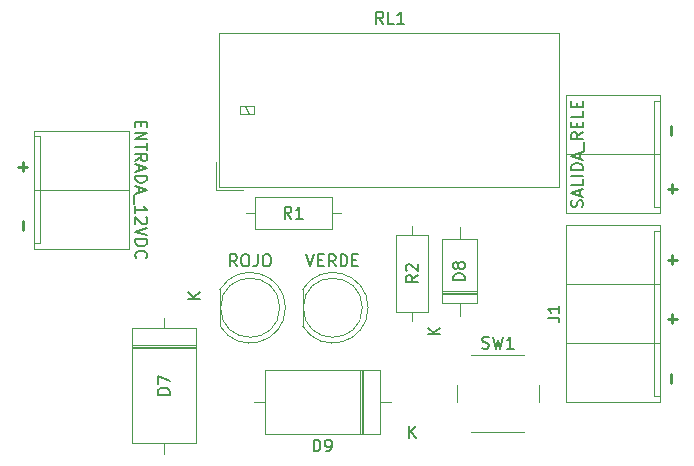
<source format=gbr>
G04 #@! TF.GenerationSoftware,KiCad,Pcbnew,(5.1.4)-1*
G04 #@! TF.CreationDate,2021-06-13T22:04:23-03:00*
G04 #@! TF.ProjectId,FUENTE,4655454e-5445-42e6-9b69-6361645f7063,rev?*
G04 #@! TF.SameCoordinates,Original*
G04 #@! TF.FileFunction,Legend,Top*
G04 #@! TF.FilePolarity,Positive*
%FSLAX46Y46*%
G04 Gerber Fmt 4.6, Leading zero omitted, Abs format (unit mm)*
G04 Created by KiCad (PCBNEW (5.1.4)-1) date 2021-06-13 22:04:23*
%MOMM*%
%LPD*%
G04 APERTURE LIST*
%ADD10C,0.250000*%
%ADD11C,0.120000*%
%ADD12C,0.150000*%
G04 APERTURE END LIST*
D10*
X225380952Y-109928571D02*
X224619047Y-109928571D01*
X225000000Y-109547619D02*
X225000000Y-110309523D01*
X224928571Y-119619047D02*
X224928571Y-120380952D01*
X225380952Y-114928571D02*
X224619047Y-114928571D01*
X225000000Y-114547619D02*
X225000000Y-115309523D01*
X224928571Y-98619047D02*
X224928571Y-99380952D01*
X225380952Y-103928571D02*
X224619047Y-103928571D01*
X225000000Y-103547619D02*
X225000000Y-104309523D01*
X170071428Y-107380952D02*
X170071428Y-106619047D01*
X169619047Y-102071428D02*
X170380952Y-102071428D01*
X170000000Y-102452380D02*
X170000000Y-101690476D01*
D11*
X222000000Y-112000000D02*
X224000000Y-112000000D01*
X222000000Y-117000000D02*
X224000000Y-117000000D01*
X223500000Y-121500000D02*
X224000000Y-121500000D01*
X222000000Y-107000000D02*
X224000000Y-107000000D01*
X222000000Y-122000000D02*
X224000000Y-122000000D01*
X223500000Y-107500000D02*
X224000000Y-107500000D01*
X223500000Y-121500000D02*
X223500000Y-107500000D01*
X216000000Y-112000000D02*
X222000000Y-112000000D01*
X216000000Y-117000000D02*
X222000000Y-117000000D01*
X222000000Y-122000000D02*
X216000000Y-122000000D01*
X224000000Y-107000000D02*
X224000000Y-122000000D01*
X216000000Y-107000000D02*
X222000000Y-107000000D01*
X216000000Y-122000000D02*
X216000000Y-107000000D01*
X198825000Y-124720000D02*
X198825000Y-119280000D01*
X198585000Y-124720000D02*
X198585000Y-119280000D01*
X198705000Y-124720000D02*
X198705000Y-119280000D01*
X189600000Y-122000000D02*
X190510000Y-122000000D01*
X201160000Y-122000000D02*
X200250000Y-122000000D01*
X190510000Y-124720000D02*
X200250000Y-124720000D01*
X190510000Y-119280000D02*
X190510000Y-124720000D01*
X200250000Y-119280000D02*
X190510000Y-119280000D01*
X200250000Y-124720000D02*
X200250000Y-119280000D01*
X222000000Y-101000000D02*
X224000000Y-101000000D01*
X222000000Y-96000000D02*
X224000000Y-96000000D01*
X222000000Y-106000000D02*
X224000000Y-106000000D01*
X223500000Y-96500000D02*
X224000000Y-96500000D01*
X223500000Y-105500000D02*
X223500000Y-96500000D01*
X224000000Y-105500000D02*
X223500000Y-105500000D01*
X216000000Y-101000000D02*
X222000000Y-101000000D01*
X222000000Y-106000000D02*
X216000000Y-106000000D01*
X224000000Y-96000000D02*
X224000000Y-106000000D01*
X216000000Y-96000000D02*
X222000000Y-96000000D01*
X216000000Y-106000000D02*
X216000000Y-96000000D01*
X173000000Y-104000000D02*
X171000000Y-104000000D01*
X173000000Y-109000000D02*
X171000000Y-109000000D01*
X173000000Y-99000000D02*
X171000000Y-99000000D01*
X171500000Y-108500000D02*
X171000000Y-108500000D01*
X171500000Y-99500000D02*
X171500000Y-108500000D01*
X171000000Y-99500000D02*
X171500000Y-99500000D01*
X179000000Y-104000000D02*
X173000000Y-104000000D01*
X173000000Y-99000000D02*
X179000000Y-99000000D01*
X171000000Y-109000000D02*
X171000000Y-99000000D01*
X179000000Y-109000000D02*
X173000000Y-109000000D01*
X179000000Y-99000000D02*
X179000000Y-109000000D01*
X193710000Y-112455000D02*
X193710000Y-115545000D01*
X198770000Y-114000000D02*
G75*
G03X198770000Y-114000000I-2500000J0D01*
G01*
X199260000Y-113999538D02*
G75*
G02X193710000Y-115544830I-2990000J-462D01*
G01*
X199260000Y-114000462D02*
G75*
G03X193710000Y-112455170I-2990000J462D01*
G01*
X213750000Y-122000000D02*
X213750000Y-120500000D01*
X212500000Y-118000000D02*
X208000000Y-118000000D01*
X206750000Y-120500000D02*
X206750000Y-122000000D01*
X208000000Y-124500000D02*
X212500000Y-124500000D01*
X186710000Y-112455000D02*
X186710000Y-115545000D01*
X191770000Y-114000000D02*
G75*
G03X191770000Y-114000000I-2500000J0D01*
G01*
X192260000Y-113999538D02*
G75*
G02X186710000Y-115544830I-2990000J-462D01*
G01*
X192260000Y-114000462D02*
G75*
G03X186710000Y-112455170I-2990000J462D01*
G01*
X186360000Y-103990000D02*
X186360000Y-101650000D01*
X188700000Y-103990000D02*
X186360000Y-103990000D01*
X189600000Y-97600000D02*
X189600000Y-96900000D01*
X188400000Y-97600000D02*
X189600000Y-97600000D01*
X188400000Y-96900000D02*
X188400000Y-97600000D01*
X189600000Y-96900000D02*
X188400000Y-96900000D01*
X189200000Y-97600000D02*
X188800000Y-96900000D01*
X215400000Y-103750000D02*
X215400000Y-90750000D01*
X186600000Y-103750000D02*
X215400000Y-103750000D01*
X186600000Y-90750000D02*
X186600000Y-103750000D01*
X215400000Y-90750000D02*
X186600000Y-90750000D01*
X203000000Y-115120000D02*
X203000000Y-114350000D01*
X203000000Y-107040000D02*
X203000000Y-107810000D01*
X204370000Y-114350000D02*
X204370000Y-107810000D01*
X201630000Y-114350000D02*
X204370000Y-114350000D01*
X201630000Y-107810000D02*
X201630000Y-114350000D01*
X204370000Y-107810000D02*
X201630000Y-107810000D01*
X188880000Y-106000000D02*
X189650000Y-106000000D01*
X196960000Y-106000000D02*
X196190000Y-106000000D01*
X189650000Y-107370000D02*
X196190000Y-107370000D01*
X189650000Y-104630000D02*
X189650000Y-107370000D01*
X196190000Y-104630000D02*
X189650000Y-104630000D01*
X196190000Y-107370000D02*
X196190000Y-104630000D01*
X205530000Y-112860000D02*
X208470000Y-112860000D01*
X205530000Y-112620000D02*
X208470000Y-112620000D01*
X205530000Y-112740000D02*
X208470000Y-112740000D01*
X207000000Y-107180000D02*
X207000000Y-108200000D01*
X207000000Y-114660000D02*
X207000000Y-113640000D01*
X205530000Y-108200000D02*
X205530000Y-113640000D01*
X208470000Y-108200000D02*
X205530000Y-108200000D01*
X208470000Y-113640000D02*
X208470000Y-108200000D01*
X205530000Y-113640000D02*
X208470000Y-113640000D01*
X184720000Y-117175000D02*
X179280000Y-117175000D01*
X184720000Y-117415000D02*
X179280000Y-117415000D01*
X184720000Y-117295000D02*
X179280000Y-117295000D01*
X182000000Y-126400000D02*
X182000000Y-125490000D01*
X182000000Y-114840000D02*
X182000000Y-115750000D01*
X184720000Y-125490000D02*
X184720000Y-115750000D01*
X179280000Y-125490000D02*
X184720000Y-125490000D01*
X179280000Y-115750000D02*
X179280000Y-125490000D01*
X184720000Y-115750000D02*
X179280000Y-115750000D01*
D12*
X214452380Y-114833333D02*
X215166666Y-114833333D01*
X215309523Y-114880952D01*
X215404761Y-114976190D01*
X215452380Y-115119047D01*
X215452380Y-115214285D01*
X215452380Y-113833333D02*
X215452380Y-114404761D01*
X215452380Y-114119047D02*
X214452380Y-114119047D01*
X214595238Y-114214285D01*
X214690476Y-114309523D01*
X214738095Y-114404761D01*
X194641904Y-126172380D02*
X194641904Y-125172380D01*
X194880000Y-125172380D01*
X195022857Y-125220000D01*
X195118095Y-125315238D01*
X195165714Y-125410476D01*
X195213333Y-125600952D01*
X195213333Y-125743809D01*
X195165714Y-125934285D01*
X195118095Y-126029523D01*
X195022857Y-126124761D01*
X194880000Y-126172380D01*
X194641904Y-126172380D01*
X195689523Y-126172380D02*
X195880000Y-126172380D01*
X195975238Y-126124761D01*
X196022857Y-126077142D01*
X196118095Y-125934285D01*
X196165714Y-125743809D01*
X196165714Y-125362857D01*
X196118095Y-125267619D01*
X196070476Y-125220000D01*
X195975238Y-125172380D01*
X195784761Y-125172380D01*
X195689523Y-125220000D01*
X195641904Y-125267619D01*
X195594285Y-125362857D01*
X195594285Y-125600952D01*
X195641904Y-125696190D01*
X195689523Y-125743809D01*
X195784761Y-125791428D01*
X195975238Y-125791428D01*
X196070476Y-125743809D01*
X196118095Y-125696190D01*
X196165714Y-125600952D01*
X202738095Y-125052380D02*
X202738095Y-124052380D01*
X203309523Y-125052380D02*
X202880952Y-124480952D01*
X203309523Y-124052380D02*
X202738095Y-124623809D01*
X217404761Y-105476190D02*
X217452380Y-105333333D01*
X217452380Y-105095238D01*
X217404761Y-105000000D01*
X217357142Y-104952380D01*
X217261904Y-104904761D01*
X217166666Y-104904761D01*
X217071428Y-104952380D01*
X217023809Y-105000000D01*
X216976190Y-105095238D01*
X216928571Y-105285714D01*
X216880952Y-105380952D01*
X216833333Y-105428571D01*
X216738095Y-105476190D01*
X216642857Y-105476190D01*
X216547619Y-105428571D01*
X216500000Y-105380952D01*
X216452380Y-105285714D01*
X216452380Y-105047619D01*
X216500000Y-104904761D01*
X217166666Y-104523809D02*
X217166666Y-104047619D01*
X217452380Y-104619047D02*
X216452380Y-104285714D01*
X217452380Y-103952380D01*
X217452380Y-103142857D02*
X217452380Y-103619047D01*
X216452380Y-103619047D01*
X217452380Y-102809523D02*
X216452380Y-102809523D01*
X217452380Y-102333333D02*
X216452380Y-102333333D01*
X216452380Y-102095238D01*
X216500000Y-101952380D01*
X216595238Y-101857142D01*
X216690476Y-101809523D01*
X216880952Y-101761904D01*
X217023809Y-101761904D01*
X217214285Y-101809523D01*
X217309523Y-101857142D01*
X217404761Y-101952380D01*
X217452380Y-102095238D01*
X217452380Y-102333333D01*
X217166666Y-101380952D02*
X217166666Y-100904761D01*
X217452380Y-101476190D02*
X216452380Y-101142857D01*
X217452380Y-100809523D01*
X217547619Y-100714285D02*
X217547619Y-99952380D01*
X217452380Y-99142857D02*
X216976190Y-99476190D01*
X217452380Y-99714285D02*
X216452380Y-99714285D01*
X216452380Y-99333333D01*
X216500000Y-99238095D01*
X216547619Y-99190476D01*
X216642857Y-99142857D01*
X216785714Y-99142857D01*
X216880952Y-99190476D01*
X216928571Y-99238095D01*
X216976190Y-99333333D01*
X216976190Y-99714285D01*
X216928571Y-98714285D02*
X216928571Y-98380952D01*
X217452380Y-98238095D02*
X217452380Y-98714285D01*
X216452380Y-98714285D01*
X216452380Y-98238095D01*
X217452380Y-97333333D02*
X217452380Y-97809523D01*
X216452380Y-97809523D01*
X216928571Y-97000000D02*
X216928571Y-96666666D01*
X217452380Y-96523809D02*
X217452380Y-97000000D01*
X216452380Y-97000000D01*
X216452380Y-96523809D01*
X180071428Y-98261904D02*
X180071428Y-98595238D01*
X179547619Y-98738095D02*
X179547619Y-98261904D01*
X180547619Y-98261904D01*
X180547619Y-98738095D01*
X179547619Y-99166666D02*
X180547619Y-99166666D01*
X179547619Y-99738095D01*
X180547619Y-99738095D01*
X180547619Y-100071428D02*
X180547619Y-100642857D01*
X179547619Y-100357142D02*
X180547619Y-100357142D01*
X179547619Y-101547619D02*
X180023809Y-101214285D01*
X179547619Y-100976190D02*
X180547619Y-100976190D01*
X180547619Y-101357142D01*
X180500000Y-101452380D01*
X180452380Y-101500000D01*
X180357142Y-101547619D01*
X180214285Y-101547619D01*
X180119047Y-101500000D01*
X180071428Y-101452380D01*
X180023809Y-101357142D01*
X180023809Y-100976190D01*
X179833333Y-101928571D02*
X179833333Y-102404761D01*
X179547619Y-101833333D02*
X180547619Y-102166666D01*
X179547619Y-102500000D01*
X179547619Y-102833333D02*
X180547619Y-102833333D01*
X180547619Y-103071428D01*
X180500000Y-103214285D01*
X180404761Y-103309523D01*
X180309523Y-103357142D01*
X180119047Y-103404761D01*
X179976190Y-103404761D01*
X179785714Y-103357142D01*
X179690476Y-103309523D01*
X179595238Y-103214285D01*
X179547619Y-103071428D01*
X179547619Y-102833333D01*
X179833333Y-103785714D02*
X179833333Y-104261904D01*
X179547619Y-103690476D02*
X180547619Y-104023809D01*
X179547619Y-104357142D01*
X179452380Y-104452380D02*
X179452380Y-105214285D01*
X179547619Y-105976190D02*
X179547619Y-105404761D01*
X179547619Y-105690476D02*
X180547619Y-105690476D01*
X180404761Y-105595238D01*
X180309523Y-105500000D01*
X180261904Y-105404761D01*
X180452380Y-106357142D02*
X180500000Y-106404761D01*
X180547619Y-106500000D01*
X180547619Y-106738095D01*
X180500000Y-106833333D01*
X180452380Y-106880952D01*
X180357142Y-106928571D01*
X180261904Y-106928571D01*
X180119047Y-106880952D01*
X179547619Y-106309523D01*
X179547619Y-106928571D01*
X180547619Y-107214285D02*
X179547619Y-107547619D01*
X180547619Y-107880952D01*
X179547619Y-108214285D02*
X180547619Y-108214285D01*
X180547619Y-108452380D01*
X180500000Y-108595238D01*
X180404761Y-108690476D01*
X180309523Y-108738095D01*
X180119047Y-108785714D01*
X179976190Y-108785714D01*
X179785714Y-108738095D01*
X179690476Y-108690476D01*
X179595238Y-108595238D01*
X179547619Y-108452380D01*
X179547619Y-108214285D01*
X179642857Y-109785714D02*
X179595238Y-109738095D01*
X179547619Y-109595238D01*
X179547619Y-109500000D01*
X179595238Y-109357142D01*
X179690476Y-109261904D01*
X179785714Y-109214285D01*
X179976190Y-109166666D01*
X180119047Y-109166666D01*
X180309523Y-109214285D01*
X180404761Y-109261904D01*
X180500000Y-109357142D01*
X180547619Y-109500000D01*
X180547619Y-109595238D01*
X180500000Y-109738095D01*
X180452380Y-109785714D01*
X194031904Y-109492380D02*
X194365238Y-110492380D01*
X194698571Y-109492380D01*
X195031904Y-109968571D02*
X195365238Y-109968571D01*
X195508095Y-110492380D02*
X195031904Y-110492380D01*
X195031904Y-109492380D01*
X195508095Y-109492380D01*
X196508095Y-110492380D02*
X196174761Y-110016190D01*
X195936666Y-110492380D02*
X195936666Y-109492380D01*
X196317619Y-109492380D01*
X196412857Y-109540000D01*
X196460476Y-109587619D01*
X196508095Y-109682857D01*
X196508095Y-109825714D01*
X196460476Y-109920952D01*
X196412857Y-109968571D01*
X196317619Y-110016190D01*
X195936666Y-110016190D01*
X196936666Y-110492380D02*
X196936666Y-109492380D01*
X197174761Y-109492380D01*
X197317619Y-109540000D01*
X197412857Y-109635238D01*
X197460476Y-109730476D01*
X197508095Y-109920952D01*
X197508095Y-110063809D01*
X197460476Y-110254285D01*
X197412857Y-110349523D01*
X197317619Y-110444761D01*
X197174761Y-110492380D01*
X196936666Y-110492380D01*
X197936666Y-109968571D02*
X198270000Y-109968571D01*
X198412857Y-110492380D02*
X197936666Y-110492380D01*
X197936666Y-109492380D01*
X198412857Y-109492380D01*
X208916666Y-117404761D02*
X209059523Y-117452380D01*
X209297619Y-117452380D01*
X209392857Y-117404761D01*
X209440476Y-117357142D01*
X209488095Y-117261904D01*
X209488095Y-117166666D01*
X209440476Y-117071428D01*
X209392857Y-117023809D01*
X209297619Y-116976190D01*
X209107142Y-116928571D01*
X209011904Y-116880952D01*
X208964285Y-116833333D01*
X208916666Y-116738095D01*
X208916666Y-116642857D01*
X208964285Y-116547619D01*
X209011904Y-116500000D01*
X209107142Y-116452380D01*
X209345238Y-116452380D01*
X209488095Y-116500000D01*
X209821428Y-116452380D02*
X210059523Y-117452380D01*
X210250000Y-116738095D01*
X210440476Y-117452380D01*
X210678571Y-116452380D01*
X211583333Y-117452380D02*
X211011904Y-117452380D01*
X211297619Y-117452380D02*
X211297619Y-116452380D01*
X211202380Y-116595238D01*
X211107142Y-116690476D01*
X211011904Y-116738095D01*
X188150952Y-110492380D02*
X187817619Y-110016190D01*
X187579523Y-110492380D02*
X187579523Y-109492380D01*
X187960476Y-109492380D01*
X188055714Y-109540000D01*
X188103333Y-109587619D01*
X188150952Y-109682857D01*
X188150952Y-109825714D01*
X188103333Y-109920952D01*
X188055714Y-109968571D01*
X187960476Y-110016190D01*
X187579523Y-110016190D01*
X188770000Y-109492380D02*
X188960476Y-109492380D01*
X189055714Y-109540000D01*
X189150952Y-109635238D01*
X189198571Y-109825714D01*
X189198571Y-110159047D01*
X189150952Y-110349523D01*
X189055714Y-110444761D01*
X188960476Y-110492380D01*
X188770000Y-110492380D01*
X188674761Y-110444761D01*
X188579523Y-110349523D01*
X188531904Y-110159047D01*
X188531904Y-109825714D01*
X188579523Y-109635238D01*
X188674761Y-109540000D01*
X188770000Y-109492380D01*
X189912857Y-109492380D02*
X189912857Y-110206666D01*
X189865238Y-110349523D01*
X189770000Y-110444761D01*
X189627142Y-110492380D01*
X189531904Y-110492380D01*
X190579523Y-109492380D02*
X190770000Y-109492380D01*
X190865238Y-109540000D01*
X190960476Y-109635238D01*
X191008095Y-109825714D01*
X191008095Y-110159047D01*
X190960476Y-110349523D01*
X190865238Y-110444761D01*
X190770000Y-110492380D01*
X190579523Y-110492380D01*
X190484285Y-110444761D01*
X190389047Y-110349523D01*
X190341428Y-110159047D01*
X190341428Y-109825714D01*
X190389047Y-109635238D01*
X190484285Y-109540000D01*
X190579523Y-109492380D01*
X200528571Y-89952380D02*
X200195238Y-89476190D01*
X199957142Y-89952380D02*
X199957142Y-88952380D01*
X200338095Y-88952380D01*
X200433333Y-89000000D01*
X200480952Y-89047619D01*
X200528571Y-89142857D01*
X200528571Y-89285714D01*
X200480952Y-89380952D01*
X200433333Y-89428571D01*
X200338095Y-89476190D01*
X199957142Y-89476190D01*
X201433333Y-89952380D02*
X200957142Y-89952380D01*
X200957142Y-88952380D01*
X202290476Y-89952380D02*
X201719047Y-89952380D01*
X202004761Y-89952380D02*
X202004761Y-88952380D01*
X201909523Y-89095238D01*
X201814285Y-89190476D01*
X201719047Y-89238095D01*
X203452380Y-111246666D02*
X202976190Y-111580000D01*
X203452380Y-111818095D02*
X202452380Y-111818095D01*
X202452380Y-111437142D01*
X202500000Y-111341904D01*
X202547619Y-111294285D01*
X202642857Y-111246666D01*
X202785714Y-111246666D01*
X202880952Y-111294285D01*
X202928571Y-111341904D01*
X202976190Y-111437142D01*
X202976190Y-111818095D01*
X202547619Y-110865714D02*
X202500000Y-110818095D01*
X202452380Y-110722857D01*
X202452380Y-110484761D01*
X202500000Y-110389523D01*
X202547619Y-110341904D01*
X202642857Y-110294285D01*
X202738095Y-110294285D01*
X202880952Y-110341904D01*
X203452380Y-110913333D01*
X203452380Y-110294285D01*
X192753333Y-106452380D02*
X192420000Y-105976190D01*
X192181904Y-106452380D02*
X192181904Y-105452380D01*
X192562857Y-105452380D01*
X192658095Y-105500000D01*
X192705714Y-105547619D01*
X192753333Y-105642857D01*
X192753333Y-105785714D01*
X192705714Y-105880952D01*
X192658095Y-105928571D01*
X192562857Y-105976190D01*
X192181904Y-105976190D01*
X193705714Y-106452380D02*
X193134285Y-106452380D01*
X193420000Y-106452380D02*
X193420000Y-105452380D01*
X193324761Y-105595238D01*
X193229523Y-105690476D01*
X193134285Y-105738095D01*
X207452380Y-111658095D02*
X206452380Y-111658095D01*
X206452380Y-111420000D01*
X206500000Y-111277142D01*
X206595238Y-111181904D01*
X206690476Y-111134285D01*
X206880952Y-111086666D01*
X207023809Y-111086666D01*
X207214285Y-111134285D01*
X207309523Y-111181904D01*
X207404761Y-111277142D01*
X207452380Y-111420000D01*
X207452380Y-111658095D01*
X206880952Y-110515238D02*
X206833333Y-110610476D01*
X206785714Y-110658095D01*
X206690476Y-110705714D01*
X206642857Y-110705714D01*
X206547619Y-110658095D01*
X206500000Y-110610476D01*
X206452380Y-110515238D01*
X206452380Y-110324761D01*
X206500000Y-110229523D01*
X206547619Y-110181904D01*
X206642857Y-110134285D01*
X206690476Y-110134285D01*
X206785714Y-110181904D01*
X206833333Y-110229523D01*
X206880952Y-110324761D01*
X206880952Y-110515238D01*
X206928571Y-110610476D01*
X206976190Y-110658095D01*
X207071428Y-110705714D01*
X207261904Y-110705714D01*
X207357142Y-110658095D01*
X207404761Y-110610476D01*
X207452380Y-110515238D01*
X207452380Y-110324761D01*
X207404761Y-110229523D01*
X207357142Y-110181904D01*
X207261904Y-110134285D01*
X207071428Y-110134285D01*
X206976190Y-110181904D01*
X206928571Y-110229523D01*
X206880952Y-110324761D01*
X205352380Y-116261904D02*
X204352380Y-116261904D01*
X205352380Y-115690476D02*
X204780952Y-116119047D01*
X204352380Y-115690476D02*
X204923809Y-116261904D01*
X182452380Y-121358095D02*
X181452380Y-121358095D01*
X181452380Y-121120000D01*
X181500000Y-120977142D01*
X181595238Y-120881904D01*
X181690476Y-120834285D01*
X181880952Y-120786666D01*
X182023809Y-120786666D01*
X182214285Y-120834285D01*
X182309523Y-120881904D01*
X182404761Y-120977142D01*
X182452380Y-121120000D01*
X182452380Y-121358095D01*
X181452380Y-120453333D02*
X181452380Y-119786666D01*
X182452380Y-120215238D01*
X185052380Y-113261904D02*
X184052380Y-113261904D01*
X185052380Y-112690476D02*
X184480952Y-113119047D01*
X184052380Y-112690476D02*
X184623809Y-113261904D01*
M02*

</source>
